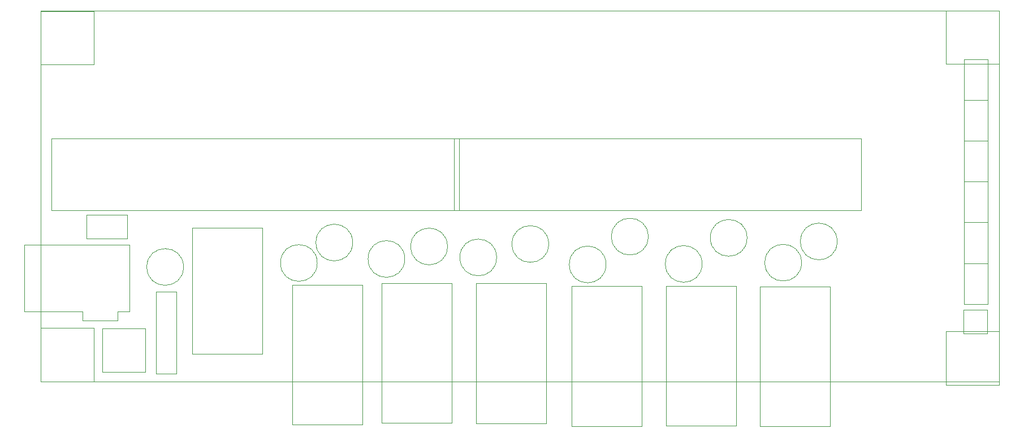
<source format=gbr>
%TF.GenerationSoftware,KiCad,Pcbnew,(6.0.4)*%
%TF.CreationDate,2023-08-24T18:54:07-03:00*%
%TF.ProjectId,PCB drive motor,50434220-6472-4697-9665-206d6f746f72,rev?*%
%TF.SameCoordinates,PX1a3bac8PY5add478*%
%TF.FileFunction,Other,User*%
%FSLAX46Y46*%
G04 Gerber Fmt 4.6, Leading zero omitted, Abs format (unit mm)*
G04 Created by KiCad (PCBNEW (6.0.4)) date 2023-08-24 18:54:07*
%MOMM*%
%LPD*%
G01*
G04 APERTURE LIST*
%TA.AperFunction,Profile*%
%ADD10C,0.100000*%
%TD*%
%ADD11C,0.050000*%
G04 APERTURE END LIST*
D10*
X0Y55523400D02*
X143581400Y55523400D01*
X143581400Y55523400D02*
X143581400Y0D01*
X143581400Y0D02*
X0Y0D01*
X0Y0D02*
X0Y55523400D01*
D11*
%TO.C,J1*%
X13311000Y20485000D02*
X-2389000Y20485000D01*
X11511000Y9185000D02*
X11511000Y10485000D01*
X13311000Y10485000D02*
X13311000Y20485000D01*
X6311000Y9185000D02*
X6311000Y10485000D01*
X-2389000Y10485000D02*
X6311000Y10485000D01*
X-2389000Y20485000D02*
X-2389000Y10485000D01*
X11511000Y9185000D02*
X6311000Y9185000D01*
X11511000Y10485000D02*
X13311000Y10485000D01*
%TO.C,C17*%
X68296288Y18610000D02*
G75*
G03*
X68296288Y18610000I-2750000J0D01*
G01*
%TO.C,J4*%
X138226400Y10735000D02*
X141776400Y10735000D01*
X141776400Y7185000D02*
X138226400Y7185000D01*
X138226400Y7185000D02*
X138226400Y10735000D01*
X141776400Y10735000D02*
X141776400Y7185000D01*
%TO.C,C7*%
X60936513Y20250000D02*
G75*
G03*
X60936513Y20250000I-2750000J0D01*
G01*
%TO.C,J3*%
X61921400Y36445000D02*
X61921400Y25635000D01*
X122921400Y36445000D02*
X61921400Y36445000D01*
X122921400Y25635000D02*
X122921400Y36445000D01*
X61921400Y25635000D02*
X122921400Y25635000D01*
%TO.C,03*%
X135551400Y55590000D02*
X143551400Y55590000D01*
X143551400Y55590000D02*
X143551400Y47590000D01*
X143551400Y47590000D02*
X135551400Y47590000D01*
X135551400Y47590000D02*
X135551400Y55590000D01*
%TO.C,J8*%
X141836400Y48285000D02*
X141836400Y42185000D01*
X138286400Y42185000D02*
X138286400Y48285000D01*
X138286400Y48285000D02*
X141836400Y48285000D01*
X141836400Y42185000D02*
X138286400Y42185000D01*
%TO.C,U6*%
X107711400Y-6700000D02*
X118211400Y-6700000D01*
X107711400Y14260000D02*
X107711400Y-6700000D01*
X118211400Y-6700000D02*
X118211400Y14260000D01*
X118211400Y14260000D02*
X107711400Y14260000D01*
%TO.C,U2*%
X79501400Y14320000D02*
X79501400Y-6640000D01*
X79501400Y-6640000D02*
X90001400Y-6640000D01*
X90001400Y-6640000D02*
X90001400Y14320000D01*
X90001400Y14320000D02*
X79501400Y14320000D01*
%TO.C,C8*%
X105801400Y21540000D02*
G75*
G03*
X105801400Y21540000I-2750000J0D01*
G01*
%TO.C,U4*%
X93641400Y-6610000D02*
X104141400Y-6610000D01*
X104141400Y14350000D02*
X93641400Y14350000D01*
X104141400Y-6610000D02*
X104141400Y14350000D01*
X93641400Y14350000D02*
X93641400Y-6610000D01*
%TO.C,J11*%
X138286400Y23855000D02*
X138286400Y29955000D01*
X138286400Y29955000D02*
X141836400Y29955000D01*
X141836400Y29955000D02*
X141836400Y23855000D01*
X141836400Y23855000D02*
X138286400Y23855000D01*
%TO.C,U5*%
X75731400Y-6220000D02*
X75731400Y14740000D01*
X65231400Y14740000D02*
X65231400Y-6220000D01*
X75731400Y14740000D02*
X65231400Y14740000D01*
X65231400Y-6220000D02*
X75731400Y-6220000D01*
%TO.C,U3*%
X51111400Y14760000D02*
X51111400Y-6200000D01*
X51111400Y-6200000D02*
X61611400Y-6200000D01*
X61611400Y-6200000D02*
X61611400Y14760000D01*
X61611400Y14760000D02*
X51111400Y14760000D01*
%TO.C,C1*%
X46736513Y20840000D02*
G75*
G03*
X46736513Y20840000I-2750000J0D01*
G01*
%TO.C,C11*%
X54541400Y18380000D02*
G75*
G03*
X54541400Y18380000I-2750000J0D01*
G01*
%TO.C,C5*%
X41436288Y17780000D02*
G75*
G03*
X41436288Y17780000I-2750000J0D01*
G01*
%TO.C,04*%
X135561400Y7540000D02*
X143561400Y7540000D01*
X143561400Y7540000D02*
X143561400Y-460000D01*
X143561400Y-460000D02*
X135561400Y-460000D01*
X135561400Y-460000D02*
X135561400Y7540000D01*
%TO.C,J2*%
X1671400Y36450000D02*
X1671400Y25640000D01*
X62671400Y25640000D02*
X62671400Y36450000D01*
X62671400Y36450000D02*
X1671400Y36450000D01*
X1671400Y25640000D02*
X62671400Y25640000D01*
%TO.C,J10*%
X138286400Y42165000D02*
X141836400Y42165000D01*
X138286400Y36065000D02*
X138286400Y42165000D01*
X141836400Y36065000D02*
X138286400Y36065000D01*
X141836400Y42165000D02*
X141836400Y36065000D01*
%TO.C,D2*%
X9276400Y7980000D02*
X9276400Y1480000D01*
X15726400Y1480000D02*
X15726400Y7980000D01*
X15726400Y7980000D02*
X9276400Y7980000D01*
X9276400Y1480000D02*
X15726400Y1480000D01*
%TO.C,C2*%
X91001400Y21730000D02*
G75*
G03*
X91001400Y21730000I-2750000J0D01*
G01*
%TO.C,R1*%
X20341400Y1190000D02*
X20341400Y13450000D01*
X17341400Y13450000D02*
X17341400Y1190000D01*
X20341400Y13450000D02*
X17341400Y13450000D01*
X17341400Y1190000D02*
X20341400Y1190000D01*
%TO.C,C12*%
X99061400Y17640000D02*
G75*
G03*
X99061400Y17640000I-2750000J0D01*
G01*
%TO.C,C14*%
X119291400Y21000000D02*
G75*
G03*
X119291400Y21000000I-2750000J0D01*
G01*
%TO.C,C3*%
X21416288Y17180000D02*
G75*
G03*
X21416288Y17180000I-2750000J0D01*
G01*
%TO.C,J9*%
X138286400Y36065000D02*
X141836400Y36065000D01*
X141836400Y29965000D02*
X138286400Y29965000D01*
X138286400Y29965000D02*
X138286400Y36065000D01*
X141836400Y36065000D02*
X141836400Y29965000D01*
%TO.C,D1*%
X33261400Y4130000D02*
X33261400Y23070000D01*
X22761400Y23070000D02*
X33261400Y23070000D01*
X22761400Y23070000D02*
X22761400Y4130000D01*
X22761400Y4130000D02*
X33261400Y4130000D01*
%TO.C,C18*%
X113956288Y17830000D02*
G75*
G03*
X113956288Y17830000I-2750000J0D01*
G01*
%TO.C,J12*%
X138291400Y17750000D02*
X141841400Y17750000D01*
X138291400Y11650000D02*
X138291400Y17750000D01*
X141841400Y11650000D02*
X138291400Y11650000D01*
X141841400Y17750000D02*
X141841400Y11650000D01*
%TO.C,C13*%
X76096513Y20620000D02*
G75*
G03*
X76096513Y20620000I-2750000J0D01*
G01*
%TO.C,02*%
X1400Y55470000D02*
X8001400Y55470000D01*
X8001400Y55470000D02*
X8001400Y47470000D01*
X8001400Y47470000D02*
X1400Y47470000D01*
X1400Y47470000D02*
X1400Y55470000D01*
%TO.C,U1*%
X48191400Y-6450000D02*
X48191400Y14510000D01*
X37691400Y-6450000D02*
X48191400Y-6450000D01*
X37691400Y14510000D02*
X37691400Y-6450000D01*
X48191400Y14510000D02*
X37691400Y14510000D01*
%TO.C,J13*%
X141836400Y23850000D02*
X141836400Y17750000D01*
X138286400Y17750000D02*
X138286400Y23850000D01*
X138286400Y23850000D02*
X141836400Y23850000D01*
X141836400Y17750000D02*
X138286400Y17750000D01*
%TO.C,J14*%
X12991400Y21425000D02*
X6891400Y21425000D01*
X6891400Y24975000D02*
X12991400Y24975000D01*
X12991400Y24975000D02*
X12991400Y21425000D01*
X6891400Y21425000D02*
X6891400Y24975000D01*
%TO.C,C6*%
X84676288Y17560000D02*
G75*
G03*
X84676288Y17560000I-2750000J0D01*
G01*
%TO.C,01*%
X11400Y8050000D02*
X8011400Y8050000D01*
X8011400Y8050000D02*
X8011400Y50000D01*
X8011400Y50000D02*
X11400Y50000D01*
X11400Y50000D02*
X11400Y8050000D01*
%TD*%
M02*

</source>
